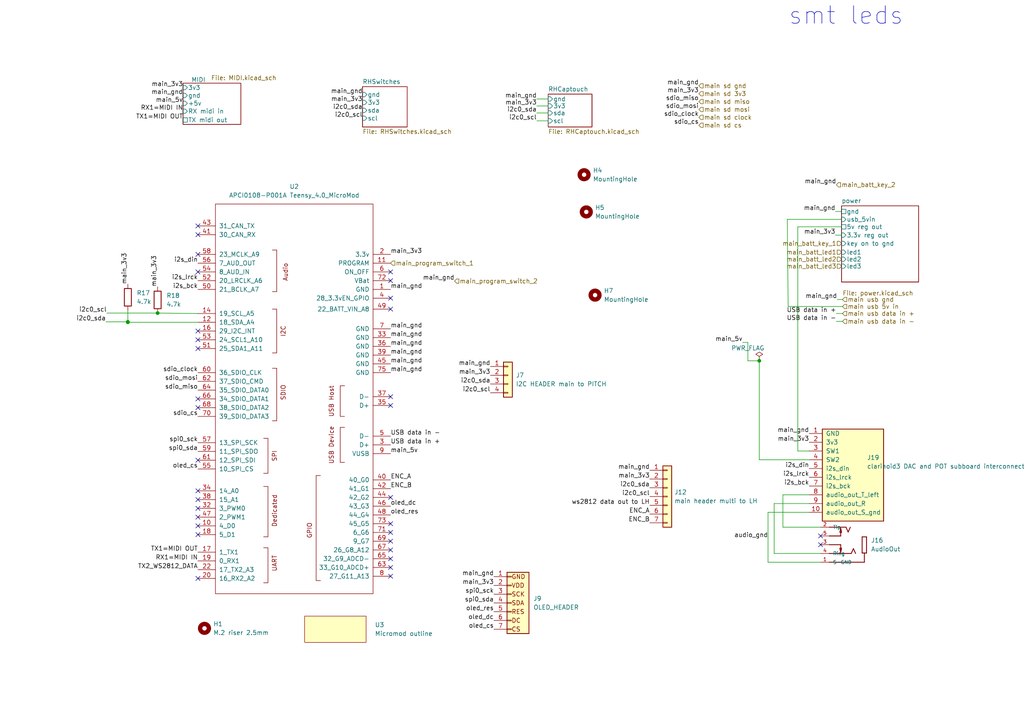
<source format=kicad_sch>
(kicad_sch (version 20211123) (generator eeschema)
  (paper "A4")
  (lib_symbols
    (symbol "Connector_Generic:Conn_01x04" (pin_names (offset 1.016) hide)
      (property "Reference" "J" (at 0 5.08 0))
      (property "Value" "Conn_01x04" (at 0 -7.62 0))
      (symbol "Conn_01x04_1_1"
        (rectangle (start -1.27 -4.953) (end 0 -5.207) (stroke (width 0.1524)))
        (rectangle (start -1.27 -2.413) (end 0 -2.667) (stroke (width 0.1524)))
        (rectangle (start -1.27 0.127) (end 0 -0.127) (stroke (width 0.1524)))
        (rectangle (start -1.27 2.667) (end 0 2.413) (stroke (width 0.1524)))
        (rectangle (start -1.27 3.81) (end 1.27 -6.35) (stroke (width 0.254)) (fill (type background)))
        (pin passive line (at -5.08 2.54 0) (length 3.81) (name "Pin_1") (number "1"))
        (pin passive line (at -5.08 0 0) (length 3.81) (name "Pin_2") (number "2"))
        (pin passive line (at -5.08 -2.54 0) (length 3.81) (name "Pin_3") (number "3"))
        (pin passive line (at -5.08 -5.08 0) (length 3.81) (name "Pin_4") (number "4"))
      )
    )
    (symbol "Connector_Generic:Conn_01x07" (pin_names (offset 1.016) hide)
      (property "Reference" "J" (at 0 10.16 0))
      (property "Value" "Conn_01x07" (at 0 -10.16 0))
      (symbol "Conn_01x07_1_1"
        (rectangle (start -1.27 -7.493) (end 0 -7.747) (stroke (width 0.1524)))
        (rectangle (start -1.27 -4.953) (end 0 -5.207) (stroke (width 0.1524)))
        (rectangle (start -1.27 -2.413) (end 0 -2.667) (stroke (width 0.1524)))
        (rectangle (start -1.27 0.127) (end 0 -0.127) (stroke (width 0.1524)))
        (rectangle (start -1.27 2.667) (end 0 2.413) (stroke (width 0.1524)))
        (rectangle (start -1.27 5.207) (end 0 4.953) (stroke (width 0.1524)))
        (rectangle (start -1.27 7.747) (end 0 7.493) (stroke (width 0.1524)))
        (rectangle (start -1.27 8.89) (end 1.27 -8.89) (stroke (width 0.254)) (fill (type background)))
        (pin passive line (at -5.08 7.62 0) (length 3.81) (name "Pin_1") (number "1"))
        (pin passive line (at -5.08 5.08 0) (length 3.81) (name "Pin_2") (number "2"))
        (pin passive line (at -5.08 2.54 0) (length 3.81) (name "Pin_3") (number "3"))
        (pin passive line (at -5.08 0 0) (length 3.81) (name "Pin_4") (number "4"))
        (pin passive line (at -5.08 -2.54 0) (length 3.81) (name "Pin_5") (number "5"))
        (pin passive line (at -5.08 -5.08 0) (length 3.81) (name "Pin_6") (number "6"))
        (pin passive line (at -5.08 -7.62 0) (length 3.81) (name "Pin_7") (number "7"))
      )
    )
    (symbol "Device:R" (pin_numbers hide) (pin_names (offset 0))
      (property "Reference" "R" (at 2.032 0 90))
      (property "Value" "R" (at 0 0 90))
      (symbol "R_0_1"
        (rectangle (start -1.016 -2.54) (end 1.016 2.54) (stroke (width 0.254)))
      )
      (symbol "R_1_1"
        (pin passive line (at 0 3.81 270) (length 1.27) (name "~") (number "1"))
        (pin passive line (at 0 -3.81 90) (length 1.27) (name "~") (number "2"))
      )
    )
    (symbol "LED:WS2812B" (pin_names (offset 0.254))
      (property "Reference" "D" (at 5.08 5.715 0))
      (property "Value" "WS2812B" (at 1.27 -5.715 0))
      (symbol "WS2812B_0_0"
        (text "RGB" (at 2.286 -4.191 0) (effects (font (size 0.762 0.762))))
      )
      (symbol "WS2812B_0_1"
        (polyline (pts (xy 1.27 -3.556) (xy 1.778 -3.556)))
        (polyline (pts (xy 1.27 -2.54) (xy 1.778 -2.54)))
        (polyline (pts (xy 4.699 -3.556) (xy 2.667 -3.556)))
        (polyline (pts (xy 2.286 -2.54) (xy 1.27 -3.556) (xy 1.27 -3.048)))
        (polyline (pts (xy 2.286 -1.524) (xy 1.27 -2.54) (xy 1.27 -2.032)))
        (polyline (pts (xy 3.683 -1.016) (xy 3.683 -3.556) (xy 3.683 -4.064)))
        (polyline (pts (xy 4.699 -1.524) (xy 2.667 -1.524) (xy 3.683 -3.556) (xy 4.699 -1.524)))
        (rectangle (start 5.08 5.08) (end -5.08 -5.08) (stroke (width 0.254)) (fill (type background)))
      )
      (symbol "WS2812B_1_1"
        (pin power_in line (at 0 7.62 270) (length 2.54) (name "VDD") (number "1"))
        (pin output line (at 7.62 0 180) (length 2.54) (name "DOUT") (number "2"))
        (pin power_in line (at 0 -7.62 90) (length 2.54) (name "VSS") (number "3"))
        (pin input line (at -7.62 0 0) (length 2.54) (name "DIN") (number "4"))
      )
    )
    (symbol "Mechanical:MountingHole" (pin_names (offset 1.016))
      (property "Reference" "H" (at 0 5.08 0))
      (property "Value" "MountingHole" (at 0 3.175 0))
      (symbol "MountingHole_0_1"
        (circle (center 0 0) (radius 1.27) (stroke (width 1.27)))
      )
    )
    (symbol "clarinoid2:Placeholder" (in_bom no)
      (property "Reference" "U" (at 0 0 0))
      (property "Value" "Placeholder" (at 0 -1.27 0))
      (symbol "Placeholder_0_1"
        (rectangle (start -8.89 2.54) (end 8.89 -5.08) (fill (type background)))
      )
    )
    (symbol "clarinoid2:SSD1306" (pin_names (offset 1.016) hide)
      (property "Reference" "J" (at 0 10.16 0))
      (property "Value" "SSD1306" (at 0 -10.16 0))
      (symbol "SSD1306_0_0"
        (text "CS" (at 0 -7.62 0) (effects (font (size 1.27 1.27)) (justify left)))
        (text "DC" (at 0 -5.08 0) (effects (font (size 1.27 1.27)) (justify left)))
        (text "GND" (at 0 7.62 0) (effects (font (size 1.27 1.27)) (justify left)))
        (text "RES" (at 0 -2.54 0) (effects (font (size 1.27 1.27)) (justify left)))
        (text "SCK" (at 0 2.54 0) (effects (font (size 1.27 1.27)) (justify left)))
        (text "SDA" (at 0 0 0) (effects (font (size 1.27 1.27)) (justify left)))
        (text "VDD" (at 0 5.08 0) (effects (font (size 1.27 1.27)) (justify left)))
      )
      (symbol "SSD1306_1_1"
        (rectangle (start -1.27 -7.493) (end 0 -7.747) (stroke (width 0.1524)))
        (rectangle (start -1.27 -4.953) (end 0 -5.207) (stroke (width 0.1524)))
        (rectangle (start -1.27 -2.413) (end 0 -2.667) (stroke (width 0.1524)))
        (rectangle (start -1.27 0.127) (end 0 -0.127) (stroke (width 0.1524)))
        (rectangle (start -1.27 2.667) (end 0 2.413) (stroke (width 0.1524)))
        (rectangle (start -1.27 5.207) (end 0 4.953) (stroke (width 0.1524)))
        (rectangle (start -1.27 7.747) (end 0 7.493) (stroke (width 0.1524)))
        (rectangle (start -1.27 8.89) (end 5.08 -8.89) (stroke (width 0.254)) (fill (type background)))
        (pin passive line (at -5.08 7.62 0) (length 3.81) (name "GND") (number "1"))
        (pin passive line (at -5.08 5.08 0) (length 3.81) (name "VDD") (number "2"))
        (pin passive line (at -5.08 2.54 0) (length 3.81) (name "SCK") (number "3"))
        (pin passive line (at -5.08 0 0) (length 3.81) (name "SDA") (number "4"))
        (pin passive line (at -5.08 -2.54 0) (length 3.81) (name "RES") (number "5"))
        (pin passive line (at -5.08 -5.08 0) (length 3.81) (name "DC") (number "6"))
        (pin passive line (at -5.08 -7.62 0) (length 3.81) (name "CS") (number "7"))
      )
    )
    (symbol "clarinoid2:Switchcraft 35RAPC4BV4" (pin_names (offset 1.016))
      (property "Reference" "J" (at -5.08 7.62 0))
      (property "Value" "Switchcraft 35RAPC4BV4" (at -5.08 -7.62 0))
      (symbol "Switchcraft 35RAPC4BV4_0_0"
        (polyline (pts (xy -5.715 -2.286) (xy -5.715 2.413)) (stroke (width 0.254)))
        (polyline (pts (xy -5.715 2.413) (xy -5.08 2.413)) (stroke (width 0.254)))
        (polyline (pts (xy -5.08 2.413) (xy -4.445 2.413)) (stroke (width 0.254)))
        (polyline (pts (xy -5.08 5.08) (xy -5.08 2.413)) (stroke (width 0.254)))
        (polyline (pts (xy -4.445 -2.286) (xy -5.715 -2.286)) (stroke (width 0.254)))
        (polyline (pts (xy -4.445 2.413) (xy -4.445 -2.286)) (stroke (width 0.254)))
        (polyline (pts (xy -1.905 1.143) (xy -2.54 2.54)) (stroke (width 0.254)))
        (polyline (pts (xy -1.27 2.54) (xy -1.905 1.143)) (stroke (width 0.254)))
        (polyline (pts (xy -0.381 -3.683) (xy -1.016 -5.08)) (stroke (width 0.254)))
        (polyline (pts (xy 0.254 -5.08) (xy -0.381 -3.683)) (stroke (width 0.254)))
        (polyline (pts (xy 1.778 -2.54) (xy 1.778 -4.318)) (stroke (width 0.254)))
        (polyline (pts (xy 1.778 -2.54) (xy 5.08 -2.54)) (stroke (width 0.254)))
        (polyline (pts (xy 1.778 0) (xy 1.778 1.778)) (stroke (width 0.254)))
        (polyline (pts (xy 1.778 0) (xy 5.08 0)) (stroke (width 0.254)))
        (polyline (pts (xy 5.08 -5.08) (xy 0.254 -5.08)) (stroke (width 0.254)))
        (polyline (pts (xy 5.08 2.54) (xy -1.27 2.54)) (stroke (width 0.254)))
        (polyline (pts (xy 5.08 5.08) (xy -5.08 5.08)) (stroke (width 0.254)))
        (polyline (pts (xy 1.778 -4.826) (xy 1.524 -3.556) (xy 2.032 -3.556) (xy 1.778 -4.826)) (stroke (width 0.254)) (fill (type background)))
        (polyline (pts (xy 1.778 2.286) (xy 1.524 1.016) (xy 2.032 1.016) (xy 1.778 2.286)) (stroke (width 0.254)) (fill (type background)))
        (pin passive line (at 7.62 5.08 180) (length 2.54) (name "S-GND") (number "1"))
        (pin passive line (at 7.62 -5.08 180) (length 2.54) (name "Tip") (number "2"))
        (pin passive line (at 7.62 0 180) (length 2.54) (name "~") (number "3"))
        (pin passive line (at 7.62 2.54 180) (length 2.54) (name "Ring") (number "4"))
        (pin passive line (at 7.62 -2.54 180) (length 2.54) (name "~") (number "5"))
      )
    )
    (symbol "clarinoid2:Teensy_4.0_MicroMod" (pin_names (offset 1.016))
      (property "Reference" "U" (at 10.795 33.02 0))
      (property "Value" "Teensy_4.0_MicroMod" (at 11.43 29.21 0))
      (symbol "Teensy_4.0_MicroMod_0_0"
        (rectangle (start -22.86 37.465) (end 22.86 -75.565))
        (polyline (pts (xy -8.89 -62.23) (xy -7.62 -62.23) (xy -7.62 -72.39) (xy -8.89 -72.39)))
        (polyline (pts (xy -8.89 -44.45) (xy -7.62 -44.45) (xy -7.62 -59.055) (xy -8.89 -59.055)))
        (polyline (pts (xy -8.89 -30.48) (xy -7.62 -30.48) (xy -7.62 -40.64) (xy -8.89 -40.64)))
        (polyline (pts (xy -6.35 -10.16) (xy -5.08 -10.16) (xy -5.08 -25.4) (xy -6.35 -25.4)))
        (polyline (pts (xy -6.35 6.985) (xy -5.08 6.985) (xy -5.08 -5.715) (xy -6.35 -5.715)))
        (polyline (pts (xy -6.35 12.065) (xy -5.08 12.065) (xy -5.08 24.13) (xy -6.35 24.13)))
        (polyline (pts (xy 7.62 -41.275) (xy 6.35 -41.275) (xy 6.35 -71.755) (xy 7.62 -71.755)))
        (text "Audio" (at -2.54 17.78 900) (effects (font (size 1.27 1.27))))
        (text "Dedicated" (at -5.715 -51.435 900) (effects (font (size 1.27 1.27))))
        (text "GPIO" (at 4.445 -57.15 900) (effects (font (size 1.27 1.27))))
        (text "I2C" (at -3.175 0.635 900) (effects (font (size 1.27 1.27))))
        (text "SDIO" (at -3.175 -17.145 900) (effects (font (size 1.27 1.27))))
        (text "SPI" (at -5.715 -35.56 900) (effects (font (size 1.27 1.27))))
        (text "UART" (at -5.715 -66.675 900) (effects (font (size 1.27 1.27))))
        (text "USB Device" (at 10.795 -32.385 900) (effects (font (size 1.27 1.27))))
        (text "USB Host" (at 10.795 -19.685 900) (effects (font (size 1.27 1.27))))
        (pin input line (at 27.94 20.32 180) (length 5.08) (name "PROGRAM") (number "11"))
        (pin bidirectional line (at 27.94 -32.385 180) (length 5.08) (name "D+") (number "3"))
        (pin power_in line (at 27.94 -1.27 180) (length 5.08) (name "GND") (number "33"))
        (pin bidirectional line (at 27.94 -20.955 180) (length 5.08) (name "D+") (number "35"))
        (pin power_in line (at 27.94 -3.81 180) (length 5.08) (name "GND") (number "36"))
        (pin bidirectional line (at 27.94 -18.415 180) (length 5.08) (name "D-") (number "37"))
        (pin power_in line (at 27.94 -6.35 180) (length 5.08) (name "GND") (number "39"))
        (pin power_in line (at 27.94 -8.89 180) (length 5.08) (name "GND") (number "45"))
        (pin bidirectional line (at 27.94 -29.845 180) (length 5.08) (name "D-") (number "5"))
        (pin input line (at 27.94 17.78 180) (length 5.08) (name "ON_OFF") (number "6"))
        (pin power_in line (at 27.94 1.27 180) (length 5.08) (name "GND") (number "7"))
        (pin input line (at 27.94 15.24 180) (length 5.08) (name "VBat") (number "72"))
        (pin power_in line (at 27.94 -11.43 180) (length 5.08) (name "GND") (number "75"))
        (pin power_in line (at 27.94 -34.925 180) (length 5.08) (name "VUSB") (number "9"))
      )
      (symbol "Teensy_4.0_MicroMod_0_1"
        (polyline (pts (xy 14.605 -27.305) (xy 13.335 -27.305) (xy 13.335 -37.465) (xy 14.605 -37.465)))
        (polyline (pts (xy 14.605 -15.24) (xy 13.335 -15.24) (xy 13.335 -24.13) (xy 14.605 -24.13)))
      )
      (symbol "Teensy_4.0_MicroMod_1_1"
        (pin input line (at 27.94 12.7 180) (length 5.08) (name "GND") (number "1"))
        (pin input line (at -27.94 -55.88 0) (length 5.08) (name "4_D0") (number "10"))
        (pin input line (at -27.94 3.175 0) (length 5.08) (name "18_SDA_A4") (number "12"))
        (pin input line (at -27.94 5.715 0) (length 5.08) (name "19_SCL_A5") (number "14"))
        (pin input line (at -27.94 0.635 0) (length 5.08) (name "29_I2C_INT") (number "16"))
        (pin output line (at -27.94 -63.5 0) (length 5.08) (name "1_TX1") (number "17"))
        (pin input line (at -27.94 -58.42 0) (length 5.08) (name "5_D1") (number "18"))
        (pin input line (at -27.94 -66.04 0) (length 5.08) (name "0_RX1") (number "19"))
        (pin input line (at 27.94 22.86 180) (length 5.08) (name "3.3v") (number "2"))
        (pin input line (at -27.94 -71.12 0) (length 5.08) (name "16_RX2_A2") (number "20"))
        (pin output line (at -27.94 -68.58 0) (length 5.08) (name "17_TX2_A3") (number "22"))
        (pin input line (at -27.94 -50.8 0) (length 5.08) (name "3_PWM0") (number "32"))
        (pin input line (at -27.94 -45.72 0) (length 5.08) (name "14_A0") (number "34"))
        (pin input line (at -27.94 -48.26 0) (length 5.08) (name "15_A1") (number "38"))
        (pin input line (at 27.94 10.16 180) (length 5.08) (name "28_3.3vEN_GPIO") (number "4"))
        (pin input line (at 27.94 -42.545 180) (length 5.08) (name "40_G0") (number "40"))
        (pin input line (at -27.94 28.575 0) (length 5.08) (name "30_CAN_RX") (number "41"))
        (pin input line (at 27.94 -45.085 180) (length 5.08) (name "41_G1") (number "42"))
        (pin input line (at -27.94 31.115 0) (length 5.08) (name "31_CAN_TX") (number "43"))
        (pin input line (at 27.94 -47.625 180) (length 5.08) (name "42_G2") (number "44"))
        (pin input line (at 27.94 -50.165 180) (length 5.08) (name "43_G3") (number "46"))
        (pin input line (at -27.94 -53.34 0) (length 5.08) (name "2_PWM1") (number "47"))
        (pin input line (at 27.94 -52.705 180) (length 5.08) (name "44_G4") (number "48"))
        (pin input line (at 27.94 6.985 180) (length 5.08) (name "22_BATT_VIN_A8") (number "49"))
        (pin input line (at -27.94 12.7 0) (length 5.08) (name "21_BCLK_A7") (number "50"))
        (pin input line (at -27.94 -4.445 0) (length 5.08) (name "25_SDA1_A11") (number "51"))
        (pin input line (at -27.94 15.24 0) (length 5.08) (name "20_LRCLK_A6") (number "52"))
        (pin input line (at -27.94 -1.905 0) (length 5.08) (name "24_SCL1_A10") (number "53"))
        (pin input line (at -27.94 17.78 0) (length 5.08) (name "8_AUD_IN") (number "54"))
        (pin input line (at -27.94 -39.37 0) (length 5.08) (name "10_SPI_CS") (number "55"))
        (pin input line (at -27.94 20.32 0) (length 5.08) (name "7_AUD_OUT") (number "56"))
        (pin input line (at -27.94 -31.75 0) (length 5.08) (name "13_SPI_SCK") (number "57"))
        (pin input line (at -27.94 22.86 0) (length 5.08) (name "23_MCLK_A9") (number "58"))
        (pin input line (at -27.94 -34.29 0) (length 5.08) (name "11_SPI_SDO") (number "59"))
        (pin input line (at -27.94 -11.43 0) (length 5.08) (name "36_SDIO_CLK") (number "60"))
        (pin input line (at -27.94 -36.83 0) (length 5.08) (name "12_SPI_SDI") (number "61"))
        (pin input line (at -27.94 -13.97 0) (length 5.08) (name "37_SDIO_CMD") (number "62"))
        (pin input line (at 27.94 -67.945 180) (length 5.08) (name "33_G10_ADCD+") (number "63"))
        (pin input line (at -27.94 -16.51 0) (length 5.08) (name "35_SDIO_DATA0") (number "64"))
        (pin input line (at 27.94 -65.405 180) (length 5.08) (name "32_G9_ADCD-") (number "65"))
        (pin input line (at -27.94 -19.05 0) (length 5.08) (name "34_SDIO_DATA1") (number "66"))
        (pin input line (at 27.94 -62.865 180) (length 5.08) (name "26_G8_A12") (number "67"))
        (pin input line (at -27.94 -21.59 0) (length 5.08) (name "38_SDIO_DATA2") (number "68"))
        (pin input line (at 27.94 -60.325 180) (length 5.08) (name "9_G7") (number "69"))
        (pin input line (at -27.94 -24.13 0) (length 5.08) (name "39_SDIO_DATA3") (number "70"))
        (pin input line (at 27.94 -57.785 180) (length 5.08) (name "6_G6") (number "71"))
        (pin input line (at 27.94 -55.245 180) (length 5.08) (name "45_G5") (number "73"))
        (pin input line (at 27.94 -70.485 180) (length 5.08) (name "27_G11_A13") (number "8"))
      )
    )
    (symbol "clarinoid2:clarinoid3 DAC and POT subboard interconnect" (pin_names (offset 1.016))
      (property "Reference" "J" (at 0 10.16 0))
      (property "Value" "clarinoid3 DAC and POT subboard interconnect" (at 2.54 -19.05 0))
      (symbol "clarinoid3 DAC and POT subboard interconnect_1_1"
        (rectangle (start -1.27 8.89) (end 16.51 -17.78) (stroke (width 0.254)) (fill (type background)))
        (pin passive line (at -5.08 7.62 0) (length 3.81) (name "GND") (number "1"))
        (pin passive line (at -5.08 -15.24 0) (length 3.81) (name "audio_out_S_gnd") (number "10"))
        (pin passive line (at -5.08 5.08 0) (length 3.81) (name "3v3") (number "2"))
        (pin passive line (at -5.08 2.54 0) (length 3.81) (name "SW1") (number "3"))
        (pin passive line (at -5.08 0 0) (length 3.81) (name "SW2") (number "4"))
        (pin passive line (at -5.08 -2.54 0) (length 3.81) (name "i2s_din") (number "5"))
        (pin passive line (at -5.08 -5.08 0) (length 3.81) (name "i2s_lrck") (number "6"))
        (pin passive line (at -5.08 -7.62 0) (length 3.81) (name "i2s_bck") (number "7"))
        (pin passive line (at -5.08 -10.16 0) (length 3.81) (name "audio_out_T_left") (number "8"))
        (pin passive line (at -5.08 -12.7 0) (length 3.81) (name "audio_out_R") (number "9"))
      )
    )
    (symbol "power:PWR_FLAG" (power) (pin_numbers hide) (pin_names (offset 0) hide)
      (property "Value" "PWR_FLAG" (at 0 3.81 0))
      (symbol "PWR_FLAG_0_0"
        (pin power_out line (at 0 0 90) (length 0) (name "pwr") (number "1"))
      )
      (symbol "PWR_FLAG_0_1"
        (polyline (pts (xy 0 0) (xy 0 1.27) (xy -1.016 1.905) (xy 0 2.54) (xy 1.016 1.905) (xy 0 1.27)))
      )
    )
  )
  (junction (at 45.72 90.805))
  (junction (at 220.218 104.648))
  (junction (at 37.084 93.472))
  (junction (at 37.084 93.345))
  (no_connect (at 57.404 167.767))
  (no_connect (at 113.284 86.487))
  (no_connect (at 113.284 117.602))
  (no_connect (at 57.404 96.012))
  (no_connect (at 237.998 155.448))
  (no_connect (at 113.284 81.407))
  (no_connect (at 113.284 115.062))
  (no_connect (at 57.404 73.787))
  (no_connect (at 113.284 144.272))
  (no_connect (at 57.404 118.237))
  (no_connect (at 57.404 68.072))
  (no_connect (at 57.404 101.092))
  (no_connect (at 57.404 98.552))
  (no_connect (at 113.284 89.662))
  (no_connect (at 113.284 78.867))
  (no_connect (at 57.404 78.867))
  (no_connect (at 57.404 65.532))
  (no_connect (at 113.284 167.132))
  (no_connect (at 57.404 142.367))
  (no_connect (at 57.404 155.067))
  (no_connect (at 57.404 147.447))
  (no_connect (at 57.404 149.987))
  (no_connect (at 57.404 144.907))
  (no_connect (at 57.404 152.527))
  (no_connect (at 113.284 151.892))
  (no_connect (at 113.284 164.592))
  (no_connect (at 113.284 162.052))
  (no_connect (at 113.284 154.432))
  (no_connect (at 113.284 159.512))
  (no_connect (at 113.284 156.972))
  (no_connect (at 57.404 115.697))
  (no_connect (at 57.404 133.477))
  (no_connect (at 237.998 157.988))
  (wire (pts (xy 155.702 28.702) (xy 159.004 28.702)))
  (wire (pts (xy 242.316 61.341) (xy 244.094 61.341)))
  (wire (pts (xy 224.536 160.528) (xy 237.998 160.528)))
  (wire (pts (xy 45.72 90.805) (xy 57.404 90.932)))
  (wire (pts (xy 220.218 104.648) (xy 216.916 104.648)))
  (wire (pts (xy 242.57 93.218) (xy 244.348 93.218)))
  (wire (pts (xy 216.916 99.314) (xy 215.392 99.314)))
  (wire (pts (xy 237.998 163.068) (xy 222.758 163.068)))
  (wire (pts (xy 37.084 93.472) (xy 37.084 93.345)))
  (wire (pts (xy 224.536 146.05) (xy 224.536 160.528)))
  (wire (pts (xy 155.702 30.734) (xy 159.004 30.734)))
  (wire (pts (xy 30.734 93.345) (xy 37.084 93.345)))
  (wire (pts (xy 234.696 146.05) (xy 224.536 146.05)))
  (wire (pts (xy 155.702 35.052) (xy 159.004 35.052)))
  (wire (pts (xy 231.394 130.81) (xy 234.696 130.81)))
  (wire (pts (xy 234.696 143.51) (xy 227.076 143.51)))
  (wire (pts (xy 231.394 65.786) (xy 231.394 130.81)))
  (wire (pts (xy 69.596 223.774) (xy 84.836 223.774)))
  (wire (pts (xy 57.404 93.472) (xy 37.084 93.472)))
  (wire (pts (xy 222.758 163.068) (xy 222.758 148.59)))
  (wire (pts (xy 37.084 90.043) (xy 37.084 93.345)))
  (wire (pts (xy 222.758 148.59) (xy 234.696 148.59)))
  (wire (pts (xy 216.916 104.648) (xy 216.916 99.314)))
  (wire (pts (xy 220.218 133.35) (xy 234.696 133.35)))
  (wire (pts (xy 227.076 152.908) (xy 237.998 152.908)))
  (wire (pts (xy 244.094 65.786) (xy 231.394 65.786)))
  (wire (pts (xy 242.824 86.868) (xy 244.348 86.868)))
  (wire (pts (xy 69.596 239.014) (xy 84.836 239.014)))
  (wire (pts (xy 228.346 63.627) (xy 228.6 88.9)))
  (wire (pts (xy 227.076 143.51) (xy 227.076 152.908)))
  (wire (pts (xy 242.316 68.199) (xy 244.094 68.199)))
  (wire (pts (xy 155.702 32.766) (xy 159.004 32.766)))
  (wire (pts (xy 228.6 88.9) (xy 244.348 88.9)))
  (wire (pts (xy 244.094 63.627) (xy 228.346 63.627)))
  (wire (pts (xy 30.988 90.805) (xy 45.72 90.805)))
  (wire (pts (xy 220.218 104.648) (xy 220.218 133.35)))
  (wire (pts (xy 242.57 90.932) (xy 244.348 90.932)))
  (text "smt leds" (at 228.6 7.62 0) (effects (font (size 5.08 5.08)) (justify left bottom)))
  (label "i2c0_sda" (at 30.734 93.345 180))
  (label "spi0_sda" (at 57.404 130.937 180))
  (label "main_gnd" (at 113.284 108.077 0))
  (label "i2s_din" (at 234.696 135.89 180))
  (label "main_gnd" (at 53.086 27.686 180))
  (label "spi0_sck" (at 57.404 128.397 180))
  (label "main_gnd" (at 113.284 95.377 0))
  (label "RX1=MIDI IN" (at 53.086 32.258 180))
  (label "TX1=MIDI OUT" (at 53.086 34.798 180))
  (label "i2c0_sda" (at 142.24 111.379 180))
  (label "main_gnd" (at 142.24 106.299 180))
  (label "sdio_clock" (at 57.404 108.077 180))
  (label "main_gnd" (at 113.284 102.997 0))
  (label "i2c0_scl" (at 188.468 144.018 180))
  (label "oled_dc" (at 143.256 179.959 180))
  (label "sdio_cs" (at 202.692 36.322 180))
  (label "main_3v3" (at 143.256 169.799 180))
  (label "i2c0_scl" (at 155.702 35.052 180))
  (label "main_gnd" (at 202.692 24.892 180))
  (label "oled_cs" (at 143.256 182.499 180))
  (label "ws2812 data out to LH" (at 188.468 146.558 180))
  (label "i2s_bck" (at 234.696 140.97 180))
  (label "USB data in -" (at 113.284 126.492 0))
  (label "main_3v3" (at 242.316 68.199 180))
  (label "main_3v3" (at 113.284 73.787 0))
  (label "main_3v3" (at 45.72 83.185 90))
  (label "TX1=MIDI OUT" (at 57.404 160.147 180))
  (label "ENC_A" (at 188.468 149.098 180))
  (label "ENC_B" (at 113.284 141.732 0))
  (label "i2s_bck" (at 57.404 83.947 180))
  (label "main_3v3" (at 188.468 138.938 180))
  (label "USB data in +" (at 242.57 90.932 180))
  (label "main_gnd" (at 242.57 53.594 180))
  (label "main_gnd" (at 113.284 100.457 0))
  (label "main_3v3" (at 142.24 108.839 180))
  (label "oled_cs" (at 57.404 136.017 180))
  (label "i2s_lrck" (at 234.696 138.43 180))
  (label "main_5v" (at 215.392 99.314 180))
  (label "i2c0_scl" (at 30.988 90.805 180))
  (label "oled_dc" (at 113.284 146.812 0))
  (label "main_gnd" (at 143.256 167.259 180))
  (label "main_gnd" (at 131.826 81.534 180))
  (label "main_gnd" (at 234.696 125.73 180))
  (label "i2s_lrck" (at 57.404 81.407 180))
  (label "i2c0_scl" (at 142.24 113.919 180))
  (label "sdio_miso" (at 202.692 29.464 180))
  (label "i2c0_sda" (at 105.156 32.004 180))
  (label "main_gnd" (at 69.596 239.014 270))
  (label "main_3v3" (at 37.084 82.423 90))
  (label "main_gnd" (at 113.284 97.917 0))
  (label "ws2812 data out to LH" (at 92.456 231.394 0))
  (label "ENC_B" (at 188.468 151.638 180))
  (label "main_gnd" (at 242.824 86.868 180))
  (label "main_3v3" (at 234.696 128.27 180))
  (label "oled_res" (at 143.256 177.419 180))
  (label "main_gnd" (at 155.702 28.702 180))
  (label "sdio_mosi" (at 57.404 110.617 180))
  (label "main_gnd" (at 113.284 105.537 0))
  (label "USB data in -" (at 242.57 93.218 180))
  (label "main_3v3" (at 53.086 25.4 180))
  (label "oled_res" (at 113.284 149.352 0))
  (label "main_gnd" (at 242.316 61.341 180))
  (label "sdio_clock" (at 202.692 34.036 180))
  (label "main_3v3" (at 155.702 30.734 180))
  (label "main_gnd" (at 113.284 83.947 0))
  (label "i2c0_scl" (at 105.156 34.29 180))
  (label "main_3v3" (at 105.156 29.718 180))
  (label "RX1=MIDI IN" (at 57.404 162.687 180))
  (label "i2c0_sda" (at 155.702 32.766 180))
  (label "ENC_A" (at 113.284 139.192 0))
  (label "sdio_mosi" (at 202.692 31.75 180))
  (label "main_gnd" (at 105.156 27.432 180))
  (label "USB data in +" (at 113.284 129.032 0))
  (label "main_gnd" (at 188.468 136.398 180))
  (label "main_3v3" (at 202.692 27.178 180))
  (label "TX2_WS2812_DATA" (at 61.976 231.394 180))
  (label "sdio_miso" (at 57.404 113.157 180))
  (label "audio_gnd" (at 222.758 156.21 180))
  (label "main_5v" (at 113.284 131.572 0))
  (label "TX2_WS2812_DATA" (at 57.404 165.227 180))
  (label "sdio_cs" (at 57.404 120.777 180))
  (label "main_3v3" (at 69.596 223.774 90))
  (label "main_5v" (at 53.086 29.972 180))
  (label "i2c0_sda" (at 188.468 141.478 180))
  (label "i2s_din" (at 57.404 76.327 180))
  (label "spi0_sda" (at 143.256 174.879 180))
  (label "spi0_sck" (at 143.256 172.339 180))
  (hierarchical_label "main usb data in +" (shape input) (at 244.348 90.932 0))
  (hierarchical_label "main_batt_key_2" (shape input) (at 242.57 53.594 0))
  (hierarchical_label "main_batt_led1" (shape input) (at 244.094 73.152 180))
  (hierarchical_label "main sd cs" (shape input) (at 202.692 36.322 0))
  (hierarchical_label "main usb data in -" (shape input) (at 244.348 93.218 0))
  (hierarchical_label "main sd mosi" (shape input) (at 202.692 31.75 0))
  (hierarchical_label "main_program_switch_2" (shape input) (at 131.826 81.534 0))
  (hierarchical_label "main_batt_key_1" (shape input) (at 244.094 70.612 180))
  (hierarchical_label "main sd miso" (shape input) (at 202.692 29.464 0))
  (hierarchical_label "main_program_switch_1" (shape input) (at 113.284 76.327 0))
  (hierarchical_label "main_batt_led2" (shape input) (at 244.094 75.184 180))
  (hierarchical_label "main usb 5v in" (shape input) (at 244.348 88.9 0))
  (hierarchical_label "main sd clock" (shape input) (at 202.692 34.036 0))
  (hierarchical_label "main sd gnd" (shape input) (at 202.692 24.892 0))
  (hierarchical_label "main sd 3v3" (shape input) (at 202.692 27.178 0))
  (hierarchical_label "main usb gnd" (shape input) (at 244.348 86.868 0))
  (hierarchical_label "main_batt_led3" (shape input) (at 244.094 77.216 180))
  (symbol (lib_id "Mechanical:MountingHole") (at 170.053 61.468 0) (unit 1) (in_bom no)
    (property "Reference" "H5" (at 172.593 60.1979 0) (effects (justify left)))
    (property "Value" "MountingHole" (at 172.593 62.7379 0) (effects (justify left)))
    (property "Footprint" "MountingHole:MountingHole_2.7mm_M2.5" (effects hide))
    (property "MANUFACTURER" "Wurth" (effects hide))
    (property "LCSC part number" "-" (effects hide))
    (property "verif" "1" (effects hide))
  )
  (symbol (lib_id "LED:WS2812B") (at 69.596 231.394 0) (unit 1)
    (property "Reference" "D7" (at 80.772 227.0633 0))
    (property "Value" "WS2812B" (at 80.772 229.6033 0))
    (property "Footprint" "LED_SMD:LED_WS2812B_PLCC4_5.0x5.0mm_P3.2mm" (effects hide))
    (property "Datasheet" "https://cdn-shop.adafruit.com/datasheets/WS2812B.pdf" (effects hide))
  )
  (symbol (lib_id "clarinoid2:clarinoid3 DAC and POT subboard interconnect") (at 239.776 133.35 0) (unit 1)
    (property "Reference" "J19" (at 251.46 132.7149 0) (effects (justify left)))
    (property "Value" "clarinoid3 DAC and POT subboard interconnect" (at 251.46 135.2549 0) (effects (justify left)))
    (property "Footprint" "clarinoid2:Bourns_POT_PTR902-2020K-A103 Panel interconnect" (effects hide))
  )
  (symbol (lib_id "clarinoid2:Teensy_4.0_MicroMod") (at 85.344 96.647 0) (unit 1)
    (property "Reference" "U2" (at 85.344 54.102 0))
    (property "Value" "APCI0108-P001A Teensy_4.0_MicroMod" (at 85.344 56.642 0))
    (property "Footprint" "SamacSys_Parts:21992304" (effects hide))
    (property "LCSC part number" "C841659" (effects hide))
    (property "verif" "1" (effects hide))
  )
  (symbol (lib_id "Device:R") (at 45.72 86.995 180) (unit 1)
    (property "Reference" "R18" (at 48.26 85.7249 0) (effects (justify right)))
    (property "Value" "4.7k" (at 48.26 88.2649 0) (effects (justify right)))
    (property "Footprint" "Resistor_SMD:R_0402_1005Metric" (effects hide))
    (property "LCSC part number" "C25900" (effects hide))
    (property "verif" "1" (effects hide))
  )
  (symbol (lib_id "clarinoid2:SSD1306") (at 148.336 174.879 0) (unit 1)
    (property "Reference" "J9" (at 154.686 173.6089 0) (effects (justify left)))
    (property "Value" "OLED_HEADER" (at 154.686 176.1489 0) (effects (justify left)))
    (property "Footprint" "Connector_PinHeader_2.54mm:PinHeader_1x07_P2.54mm_Vertical_SMD_Pin1Right" (effects hide))
    (property "LCSC part number" "C358721" (effects hide))
    (property "verif" "1" (effects hide))
  )
  (symbol (lib_id "LED:WS2812B") (at 84.836 231.394 0) (unit 1)
    (property "Reference" "D8" (at 96.012 227.0633 0))
    (property "Value" "WS2812B" (at 96.012 229.6033 0))
    (property "Footprint" "LED_SMD:LED_WS2812B_PLCC4_5.0x5.0mm_P3.2mm" (effects hide))
    (property "Datasheet" "https://cdn-shop.adafruit.com/datasheets/WS2812B.pdf" (effects hide))
  )
  (symbol (lib_id "Mechanical:MountingHole") (at 169.418 50.673 0) (unit 1) (in_bom no)
    (property "Reference" "H4" (at 171.958 49.4029 0) (effects (justify left)))
    (property "Value" "MountingHole" (at 171.958 51.9429 0) (effects (justify left)))
    (property "Footprint" "MountingHole:MountingHole_2.7mm_M2.5" (effects hide))
    (property "MANUFACTURER" "Wurth" (effects hide))
    (property "LCSC part number" "-" (effects hide))
    (property "verif" "1" (effects hide))
  )
  (symbol (lib_id "Mechanical:MountingHole") (at 59.309 182.245 0) (unit 1)
    (property "Reference" "H1" (at 61.849 180.9749 0) (effects (justify left)))
    (property "Value" "M.2 riser 2.5mm" (at 61.849 183.5149 0) (effects (justify left)))
    (property "Footprint" "clarinoid2:Sinhoo SMTSO2530CTJ" (effects hide))
    (property "LCSC part number" "C2915630" (effects hide))
    (property "verif" "1" (effects hide))
  )
  (symbol (lib_id "power:PWR_FLAG") (at 220.218 104.648 0) (unit 1)
    (property "Reference" "#FLG07" (effects hide))
    (property "Value" "PWR_FLAG" (at 216.916 100.965 0))
  )
  (symbol (lib_id "Connector_Generic:Conn_01x04") (at 147.32 108.839 0) (unit 1)
    (property "Reference" "J7" (at 149.606 108.8389 0) (effects (justify left)))
    (property "Value" "I2C HEADER main to PITCH" (at 149.606 111.3789 0) (effects (justify left)))
    (property "Footprint" "Connector_PinHeader_2.54mm:PinHeader_1x04_P2.54mm_Vertical_SMD_Pin1Right" (effects hide))
  )
  (symbol (lib_id "Device:R") (at 37.084 86.233 180) (unit 1)
    (property "Reference" "R17" (at 39.624 84.9629 0) (effects (justify right)))
    (property "Value" "4.7k" (at 39.624 87.5029 0) (effects (justify right)))
    (property "Footprint" "Resistor_SMD:R_0402_1005Metric" (effects hide))
    (property "LCSC part number" "C25900" (effects hide))
    (property "verif" "1" (effects hide))
  )
  (symbol (lib_id "Connector_Generic:Conn_01x07") (at 193.548 144.018 0) (unit 1)
    (property "Reference" "J12" (at 195.58 142.7479 0) (effects (justify left)))
    (property "Value" "main header multi to LH" (at 195.58 145.2879 0) (effects (justify left)))
    (property "Footprint" "Connector_PinHeader_2.54mm:PinHeader_1x07_P2.54mm_Vertical_SMD_Pin1Right" (effects hide))
  )
  (symbol (lib_id "clarinoid2:Placeholder") (at 97.282 181.229 0) (unit 1) (in_bom no)
    (property "Reference" "U3" (at 108.712 181.2289 0) (effects (justify left)))
    (property "Value" "Micromod outline" (at 108.712 183.7689 0) (effects (justify left)))
    (property "Footprint" "clarinoid2:Teensy_4.0_MicroMod outline fab" (effects hide))
    (property "LCSC part number" "-" (effects hide))
    (property "verif" "1" (effects hide))
  )
  (symbol (lib_id "clarinoid2:Switchcraft 35RAPC4BV4") (at 245.618 157.988 180) (unit 1) (in_bom no)
    (property "Reference" "J16" (at 252.603 156.7179 0) (effects (justify right)))
    (property "Value" "AudioOut" (at 252.603 159.2579 0) (effects (justify right)))
    (property "Footprint" "clarinoid2:SWITCHCRAFT_35RAPC4BV4_OvalHoles" (effects hide))
    (property "STANDARD" "Manufacturer Recommendations" (effects hide))
    (property "PARTREV" "G" (effects hide))
    (property "MAXIMUM_PACKAGE_HIEGHT" "12.573mm" (effects hide))
    (property "MANUFACTURER" "Switchcraft Inc." (effects hide))
    (property "LCSC part number" "-" (effects hide))
    (property "verif" "1" (effects hide))
  )
  (symbol (lib_id "Mechanical:MountingHole") (at 172.593 85.598 0) (unit 1) (in_bom no)
    (property "Reference" "H7" (at 175.133 84.3279 0) (effects (justify left)))
    (property "Value" "MountingHole" (at 175.133 86.8679 0) (effects (justify left)))
    (property "Footprint" "MountingHole:MountingHole_2.7mm_M2.5" (effects hide))
    (property "MANUFACTURER" "Wurth" (effects hide))
    (property "LCSC part number" "-" (effects hide))
    (property "verif" "1" (effects hide))
  )
  (sheet (at 105.156 25.146) (size 12.954 11.684) (stroke (width 0.1524))
    (property "Sheet name" "RHSwitches" (at 105.156 24.4344 0) (effects (justify left bottom)))
    (property "Sheet file" "RHSwitches.kicad_sch" (at 105.156 37.4146 0) (effects (justify left top)))
    (pin "gnd" input (at 105.156 27.432 180))
    (pin "3v3" input (at 105.156 29.718 180))
    (pin "sda" input (at 105.156 32.004 180))
    (pin "scl" input (at 105.156 34.29 180))
  )
  (sheet (at 244.094 59.69) (size 22.352 22.098) (stroke (width 0.1524))
    (property "Sheet name" "power" (at 244.094 58.9784 0) (effects (justify left bottom)))
    (property "Sheet file" "power.kicad_sch" (at 244.348 84.2776 0) (effects (justify left top)))
    (pin "gnd" passive (at 244.094 61.341 180))
    (pin "5v reg out" passive (at 244.094 65.786 180))
    (pin "usb_5vin" input (at 244.094 63.627 180))
    (pin "3.3v reg out" input (at 244.094 68.199 180))
    (pin "key on to gnd" input (at 244.094 70.612 180))
    (pin "led1" input (at 244.094 73.152 180))
    (pin "led2" input (at 244.094 75.184 180))
    (pin "led3" input (at 244.094 77.216 180))
  )
  (sheet (at 53.086 24.13) (size 16.764 11.938) (stroke (width 0.1524))
    (property "Sheet name" "MIDI" (at 55.499 23.876 0) (effects (justify left bottom)))
    (property "Sheet file" "MIDI.kicad_sch" (at 61.214 21.844 0) (effects (justify left top)))
    (pin "3v3" input (at 53.086 25.4 180))
    (pin "TX midi out" passive (at 53.086 34.798 180))
    (pin "gnd" input (at 53.086 27.686 180))
    (pin "RX midi in" input (at 53.086 32.258 180))
    (pin "+5v" input (at 53.086 29.972 180))
  )
  (sheet (at 159.004 27.305) (size 12.7 9.525) (stroke (width 0.1524))
    (property "Sheet name" "RHCaptouch" (at 159.004 26.5934 0) (effects (justify left bottom)))
    (property "Sheet file" "RHCaptouch.kicad_sch" (at 159.004 37.4146 0) (effects (justify left top)))
    (pin "gnd" input (at 159.004 28.702 180))
    (pin "sda" input (at 159.004 32.766 180))
    (pin "3v3" input (at 159.004 30.734 180))
    (pin "scl" input (at 159.004 35.052 180))
  )
)
</source>
